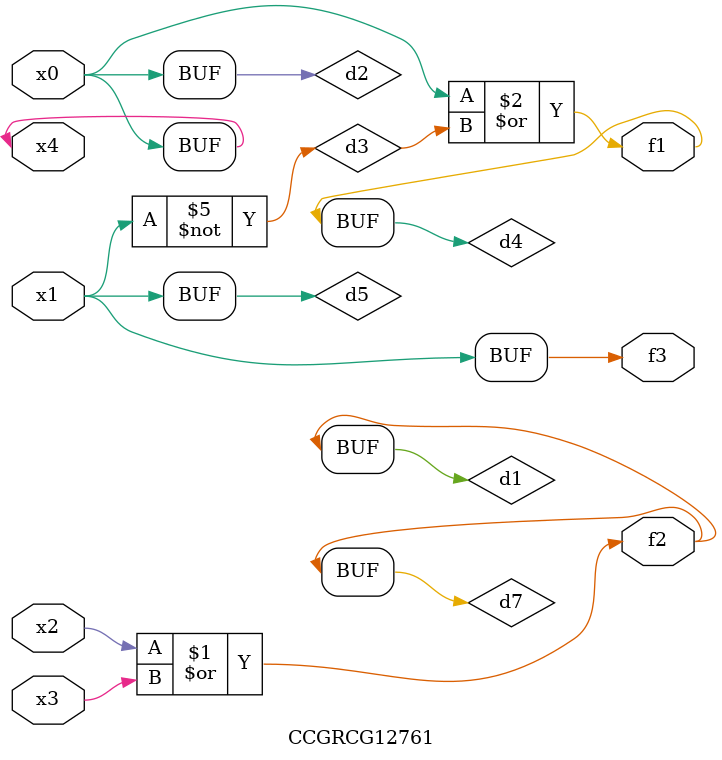
<source format=v>
module CCGRCG12761(
	input x0, x1, x2, x3, x4,
	output f1, f2, f3
);

	wire d1, d2, d3, d4, d5, d6, d7;

	or (d1, x2, x3);
	buf (d2, x0, x4);
	not (d3, x1);
	or (d4, d2, d3);
	not (d5, d3);
	nand (d6, d1, d3);
	or (d7, d1);
	assign f1 = d4;
	assign f2 = d7;
	assign f3 = d5;
endmodule

</source>
